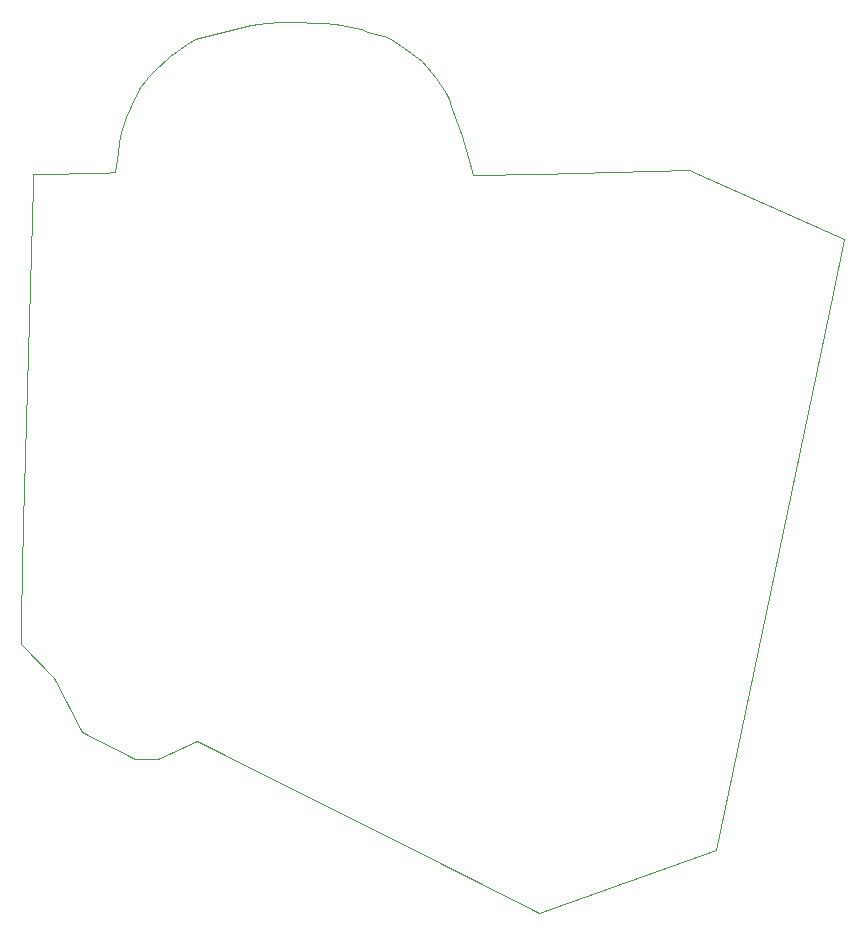
<source format=gm1>
%TF.GenerationSoftware,KiCad,Pcbnew,(6.0.0)*%
%TF.CreationDate,2022-06-30T21:17:56-05:00*%
%TF.ProjectId,DieHardSAO,44696548-6172-4645-9341-4f2e6b696361,rev?*%
%TF.SameCoordinates,Original*%
%TF.FileFunction,Profile,NP*%
%FSLAX46Y46*%
G04 Gerber Fmt 4.6, Leading zero omitted, Abs format (unit mm)*
G04 Created by KiCad (PCBNEW (6.0.0)) date 2022-06-30 21:17:56*
%MOMM*%
%LPD*%
G01*
G04 APERTURE LIST*
%TA.AperFunction,Profile*%
%ADD10C,0.100000*%
%TD*%
G04 APERTURE END LIST*
D10*
X79250000Y-71722473D02*
X78402068Y-100341089D01*
X92948920Y-59376015D02*
X97698386Y-58125733D01*
X90786576Y-60790781D02*
X92300593Y-59802637D01*
X86754604Y-66986050D02*
X87086732Y-65960365D01*
X103349767Y-57969788D02*
X103988516Y-58013386D01*
X112185257Y-61226386D02*
X113357068Y-62653165D01*
X79250000Y-70750000D02*
X79250000Y-71722473D01*
X92300593Y-59802637D02*
X92948920Y-59376015D01*
X147921752Y-76246739D02*
X146982561Y-80837800D01*
X86328340Y-69488880D02*
X86599879Y-67541743D01*
X87417566Y-65206706D02*
X88249731Y-63428732D01*
X101508330Y-57950383D02*
X100261481Y-57943768D01*
X147921752Y-76246739D02*
X134741441Y-70408936D01*
X85259091Y-70720404D02*
X86159221Y-70621441D01*
X111230008Y-60510823D02*
X112185257Y-61226386D01*
X85259091Y-70720404D02*
X79250000Y-70750000D01*
X86599879Y-67541743D02*
X86754604Y-66986050D01*
X89807512Y-120322173D02*
X88880522Y-120325375D01*
X88880522Y-120325375D02*
X87858501Y-120333056D01*
X88249731Y-63428732D02*
X88752526Y-62786403D01*
X114722704Y-65250185D02*
X115547429Y-67605060D01*
X109232552Y-59215589D02*
X109815318Y-59512119D01*
X98923261Y-57991927D02*
X100261481Y-57943768D01*
X122082581Y-133359869D02*
X137025586Y-127995495D01*
X116750939Y-130661323D02*
X122082581Y-133359869D01*
X88976893Y-62540781D02*
X89454517Y-62040781D01*
X107560396Y-58722339D02*
X109232552Y-59215589D01*
X81030725Y-113496426D02*
X78226161Y-110576455D01*
X83412551Y-118062761D02*
X81030725Y-113496426D01*
X93088822Y-118784407D02*
X89807512Y-120322173D01*
X113357068Y-62653165D02*
X114207484Y-63910337D01*
X87858501Y-120333056D02*
X83412551Y-118062761D01*
X78227219Y-108339988D02*
X78402068Y-100341089D01*
X88752526Y-62786403D02*
X88976893Y-62540781D01*
X78226452Y-109267059D02*
X78227219Y-108339988D01*
X116505477Y-70888879D02*
X116052661Y-69314686D01*
X116052661Y-69314686D02*
X115547429Y-67605060D01*
X89454517Y-62040781D02*
X90786576Y-60790781D01*
X121959256Y-70812761D02*
X116505477Y-70888879D01*
X105320778Y-58139142D02*
X106954517Y-58540781D01*
X106954517Y-58540781D02*
X107560396Y-58722339D01*
X114643049Y-65060553D02*
X114722704Y-65250185D01*
X114207484Y-63910337D02*
X114423606Y-64403515D01*
X104825433Y-58089909D02*
X105320778Y-58139142D01*
X109815318Y-59512119D02*
X111230008Y-60510823D01*
X146982561Y-80837800D02*
X137025586Y-127995495D01*
X114423606Y-64403515D02*
X114643049Y-65060553D01*
X134741441Y-70408936D02*
X121959256Y-70812761D01*
X98383271Y-58040781D02*
X98923261Y-57991927D01*
X78226161Y-110576455D02*
X78226452Y-109267059D01*
X116750939Y-130661323D02*
X93088822Y-118784407D01*
X86159221Y-70621441D02*
X86328340Y-69488880D01*
X104825433Y-58089909D02*
X103988516Y-58013386D01*
X87086732Y-65960365D02*
X87417566Y-65206706D01*
X97698386Y-58125733D02*
X98383271Y-58040781D01*
X101508330Y-57950383D02*
X103349767Y-57969788D01*
M02*

</source>
